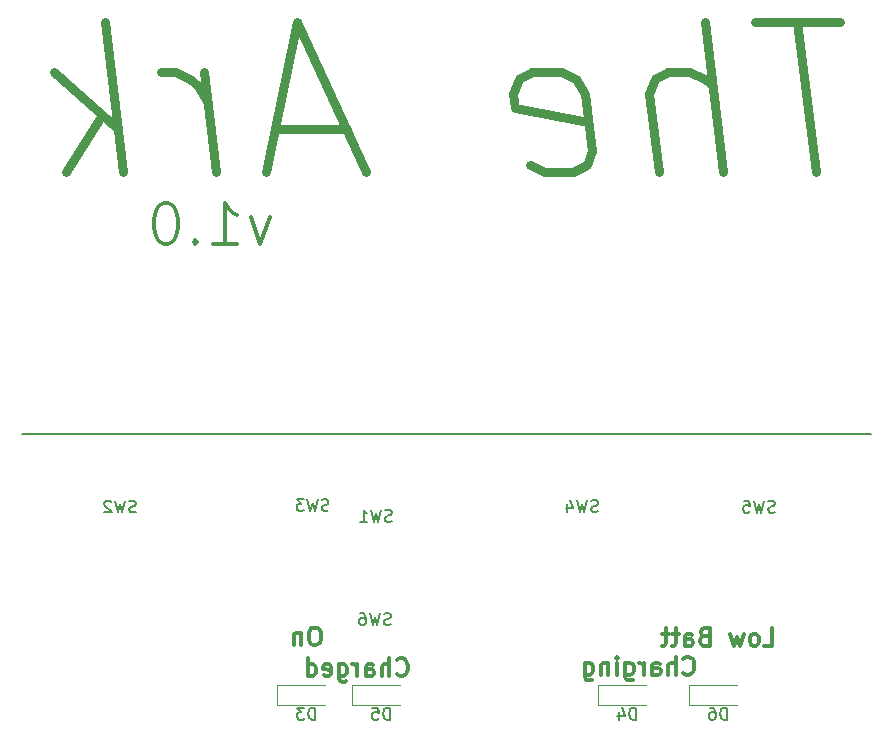
<source format=gbr>
G04 #@! TF.FileFunction,Legend,Bot*
%FSLAX46Y46*%
G04 Gerber Fmt 4.6, Leading zero omitted, Abs format (unit mm)*
G04 Created by KiCad (PCBNEW 4.0.4-stable) date Monday, April 23, 2018 'PMt' 09:01:18 PM*
%MOMM*%
%LPD*%
G01*
G04 APERTURE LIST*
%ADD10C,0.100000*%
%ADD11C,0.300000*%
%ADD12C,0.762000*%
%ADD13C,0.200000*%
%ADD14C,0.120000*%
%ADD15C,0.150000*%
G04 APERTURE END LIST*
D10*
D11*
X124740680Y-123809060D02*
X123907347Y-126142393D01*
X123074013Y-123809060D01*
X119907346Y-126142393D02*
X121907346Y-126142393D01*
X120907346Y-126142393D02*
X120907346Y-122642393D01*
X121240680Y-123142393D01*
X121574013Y-123475727D01*
X121907346Y-123642393D01*
X118407347Y-125809060D02*
X118240680Y-125975727D01*
X118407347Y-126142393D01*
X118574013Y-125975727D01*
X118407347Y-125809060D01*
X118407347Y-126142393D01*
X116074013Y-122642393D02*
X115740680Y-122642393D01*
X115407346Y-122809060D01*
X115240680Y-122975727D01*
X115074013Y-123309060D01*
X114907346Y-123975727D01*
X114907346Y-124809060D01*
X115074013Y-125475727D01*
X115240680Y-125809060D01*
X115407346Y-125975727D01*
X115740680Y-126142393D01*
X116074013Y-126142393D01*
X116407346Y-125975727D01*
X116574013Y-125809060D01*
X116740680Y-125475727D01*
X116907346Y-124809060D01*
X116907346Y-123975727D01*
X116740680Y-123309060D01*
X116574013Y-122975727D01*
X116407346Y-122809060D01*
X116074013Y-122642393D01*
D12*
X172999701Y-107345238D02*
X165742558Y-107345238D01*
X170958630Y-120045238D02*
X169371130Y-107345238D01*
X163096725Y-120045238D02*
X161509225Y-107345238D01*
X157653868Y-120045238D02*
X156822320Y-113392857D01*
X157275892Y-112183333D01*
X158409820Y-111578571D01*
X160224106Y-111578571D01*
X161509226Y-112183333D01*
X162189582Y-112788095D01*
X146692558Y-119440476D02*
X147977678Y-120045238D01*
X150396726Y-120045238D01*
X151530653Y-119440476D01*
X151984225Y-118230952D01*
X151379463Y-113392857D01*
X150623511Y-112183333D01*
X149338392Y-111578571D01*
X146919344Y-111578571D01*
X145785416Y-112183333D01*
X145331844Y-113392857D01*
X145483035Y-114602381D01*
X151681844Y-115811905D01*
X131195535Y-116416667D02*
X125147916Y-116416667D01*
X132858631Y-120045238D02*
X127037798Y-107345238D01*
X124391965Y-120045238D01*
X120158631Y-120045238D02*
X119100297Y-111578571D01*
X119402678Y-113997619D02*
X118646727Y-112788095D01*
X117966370Y-112183333D01*
X116681250Y-111578571D01*
X115471726Y-111578571D01*
X112296726Y-120045238D02*
X110709226Y-107345238D01*
X110482441Y-115207143D02*
X107458631Y-120045238D01*
X106400297Y-111578571D02*
X111843154Y-116416667D01*
D11*
X128644389Y-158599131D02*
X128358675Y-158599131D01*
X128215817Y-158670560D01*
X128072960Y-158813417D01*
X128001532Y-159099131D01*
X128001532Y-159599131D01*
X128072960Y-159884846D01*
X128215817Y-160027703D01*
X128358675Y-160099131D01*
X128644389Y-160099131D01*
X128787246Y-160027703D01*
X128930103Y-159884846D01*
X129001532Y-159599131D01*
X129001532Y-159099131D01*
X128930103Y-158813417D01*
X128787246Y-158670560D01*
X128644389Y-158599131D01*
X127358674Y-159099131D02*
X127358674Y-160099131D01*
X127358674Y-159241989D02*
X127287246Y-159170560D01*
X127144388Y-159099131D01*
X126930103Y-159099131D01*
X126787246Y-159170560D01*
X126715817Y-159313417D01*
X126715817Y-160099131D01*
X159718700Y-162437854D02*
X159790129Y-162509283D01*
X160004415Y-162580711D01*
X160147272Y-162580711D01*
X160361557Y-162509283D01*
X160504415Y-162366426D01*
X160575843Y-162223569D01*
X160647272Y-161937854D01*
X160647272Y-161723569D01*
X160575843Y-161437854D01*
X160504415Y-161294997D01*
X160361557Y-161152140D01*
X160147272Y-161080711D01*
X160004415Y-161080711D01*
X159790129Y-161152140D01*
X159718700Y-161223569D01*
X159075843Y-162580711D02*
X159075843Y-161080711D01*
X158432986Y-162580711D02*
X158432986Y-161794997D01*
X158504415Y-161652140D01*
X158647272Y-161580711D01*
X158861557Y-161580711D01*
X159004415Y-161652140D01*
X159075843Y-161723569D01*
X157075843Y-162580711D02*
X157075843Y-161794997D01*
X157147272Y-161652140D01*
X157290129Y-161580711D01*
X157575843Y-161580711D01*
X157718700Y-161652140D01*
X157075843Y-162509283D02*
X157218700Y-162580711D01*
X157575843Y-162580711D01*
X157718700Y-162509283D01*
X157790129Y-162366426D01*
X157790129Y-162223569D01*
X157718700Y-162080711D01*
X157575843Y-162009283D01*
X157218700Y-162009283D01*
X157075843Y-161937854D01*
X156361557Y-162580711D02*
X156361557Y-161580711D01*
X156361557Y-161866426D02*
X156290129Y-161723569D01*
X156218700Y-161652140D01*
X156075843Y-161580711D01*
X155932986Y-161580711D01*
X154790129Y-161580711D02*
X154790129Y-162794997D01*
X154861558Y-162937854D01*
X154932986Y-163009283D01*
X155075843Y-163080711D01*
X155290129Y-163080711D01*
X155432986Y-163009283D01*
X154790129Y-162509283D02*
X154932986Y-162580711D01*
X155218700Y-162580711D01*
X155361558Y-162509283D01*
X155432986Y-162437854D01*
X155504415Y-162294997D01*
X155504415Y-161866426D01*
X155432986Y-161723569D01*
X155361558Y-161652140D01*
X155218700Y-161580711D01*
X154932986Y-161580711D01*
X154790129Y-161652140D01*
X154075843Y-162580711D02*
X154075843Y-161580711D01*
X154075843Y-161080711D02*
X154147272Y-161152140D01*
X154075843Y-161223569D01*
X154004415Y-161152140D01*
X154075843Y-161080711D01*
X154075843Y-161223569D01*
X153361557Y-161580711D02*
X153361557Y-162580711D01*
X153361557Y-161723569D02*
X153290129Y-161652140D01*
X153147271Y-161580711D01*
X152932986Y-161580711D01*
X152790129Y-161652140D01*
X152718700Y-161794997D01*
X152718700Y-162580711D01*
X151361557Y-161580711D02*
X151361557Y-162794997D01*
X151432986Y-162937854D01*
X151504414Y-163009283D01*
X151647271Y-163080711D01*
X151861557Y-163080711D01*
X152004414Y-163009283D01*
X151361557Y-162509283D02*
X151504414Y-162580711D01*
X151790128Y-162580711D01*
X151932986Y-162509283D01*
X152004414Y-162437854D01*
X152075843Y-162294997D01*
X152075843Y-161866426D01*
X152004414Y-161723569D01*
X151932986Y-161652140D01*
X151790128Y-161580711D01*
X151504414Y-161580711D01*
X151361557Y-161652140D01*
X135465082Y-162572474D02*
X135536511Y-162643903D01*
X135750797Y-162715331D01*
X135893654Y-162715331D01*
X136107939Y-162643903D01*
X136250797Y-162501046D01*
X136322225Y-162358189D01*
X136393654Y-162072474D01*
X136393654Y-161858189D01*
X136322225Y-161572474D01*
X136250797Y-161429617D01*
X136107939Y-161286760D01*
X135893654Y-161215331D01*
X135750797Y-161215331D01*
X135536511Y-161286760D01*
X135465082Y-161358189D01*
X134822225Y-162715331D02*
X134822225Y-161215331D01*
X134179368Y-162715331D02*
X134179368Y-161929617D01*
X134250797Y-161786760D01*
X134393654Y-161715331D01*
X134607939Y-161715331D01*
X134750797Y-161786760D01*
X134822225Y-161858189D01*
X132822225Y-162715331D02*
X132822225Y-161929617D01*
X132893654Y-161786760D01*
X133036511Y-161715331D01*
X133322225Y-161715331D01*
X133465082Y-161786760D01*
X132822225Y-162643903D02*
X132965082Y-162715331D01*
X133322225Y-162715331D01*
X133465082Y-162643903D01*
X133536511Y-162501046D01*
X133536511Y-162358189D01*
X133465082Y-162215331D01*
X133322225Y-162143903D01*
X132965082Y-162143903D01*
X132822225Y-162072474D01*
X132107939Y-162715331D02*
X132107939Y-161715331D01*
X132107939Y-162001046D02*
X132036511Y-161858189D01*
X131965082Y-161786760D01*
X131822225Y-161715331D01*
X131679368Y-161715331D01*
X130536511Y-161715331D02*
X130536511Y-162929617D01*
X130607940Y-163072474D01*
X130679368Y-163143903D01*
X130822225Y-163215331D01*
X131036511Y-163215331D01*
X131179368Y-163143903D01*
X130536511Y-162643903D02*
X130679368Y-162715331D01*
X130965082Y-162715331D01*
X131107940Y-162643903D01*
X131179368Y-162572474D01*
X131250797Y-162429617D01*
X131250797Y-162001046D01*
X131179368Y-161858189D01*
X131107940Y-161786760D01*
X130965082Y-161715331D01*
X130679368Y-161715331D01*
X130536511Y-161786760D01*
X129250797Y-162643903D02*
X129393654Y-162715331D01*
X129679368Y-162715331D01*
X129822225Y-162643903D01*
X129893654Y-162501046D01*
X129893654Y-161929617D01*
X129822225Y-161786760D01*
X129679368Y-161715331D01*
X129393654Y-161715331D01*
X129250797Y-161786760D01*
X129179368Y-161929617D01*
X129179368Y-162072474D01*
X129893654Y-162215331D01*
X127893654Y-162715331D02*
X127893654Y-161215331D01*
X127893654Y-162643903D02*
X128036511Y-162715331D01*
X128322225Y-162715331D01*
X128465083Y-162643903D01*
X128536511Y-162572474D01*
X128607940Y-162429617D01*
X128607940Y-162001046D01*
X128536511Y-161858189D01*
X128465083Y-161786760D01*
X128322225Y-161715331D01*
X128036511Y-161715331D01*
X127893654Y-161786760D01*
X166546683Y-160144851D02*
X167260969Y-160144851D01*
X167260969Y-158644851D01*
X165832397Y-160144851D02*
X165975255Y-160073423D01*
X166046683Y-160001994D01*
X166118112Y-159859137D01*
X166118112Y-159430566D01*
X166046683Y-159287709D01*
X165975255Y-159216280D01*
X165832397Y-159144851D01*
X165618112Y-159144851D01*
X165475255Y-159216280D01*
X165403826Y-159287709D01*
X165332397Y-159430566D01*
X165332397Y-159859137D01*
X165403826Y-160001994D01*
X165475255Y-160073423D01*
X165618112Y-160144851D01*
X165832397Y-160144851D01*
X164832397Y-159144851D02*
X164546683Y-160144851D01*
X164260969Y-159430566D01*
X163975254Y-160144851D01*
X163689540Y-159144851D01*
X161475254Y-159359137D02*
X161260968Y-159430566D01*
X161189540Y-159501994D01*
X161118111Y-159644851D01*
X161118111Y-159859137D01*
X161189540Y-160001994D01*
X161260968Y-160073423D01*
X161403826Y-160144851D01*
X161975254Y-160144851D01*
X161975254Y-158644851D01*
X161475254Y-158644851D01*
X161332397Y-158716280D01*
X161260968Y-158787709D01*
X161189540Y-158930566D01*
X161189540Y-159073423D01*
X161260968Y-159216280D01*
X161332397Y-159287709D01*
X161475254Y-159359137D01*
X161975254Y-159359137D01*
X159832397Y-160144851D02*
X159832397Y-159359137D01*
X159903826Y-159216280D01*
X160046683Y-159144851D01*
X160332397Y-159144851D01*
X160475254Y-159216280D01*
X159832397Y-160073423D02*
X159975254Y-160144851D01*
X160332397Y-160144851D01*
X160475254Y-160073423D01*
X160546683Y-159930566D01*
X160546683Y-159787709D01*
X160475254Y-159644851D01*
X160332397Y-159573423D01*
X159975254Y-159573423D01*
X159832397Y-159501994D01*
X159332397Y-159144851D02*
X158760968Y-159144851D01*
X159118111Y-158644851D02*
X159118111Y-159930566D01*
X159046683Y-160073423D01*
X158903825Y-160144851D01*
X158760968Y-160144851D01*
X158475254Y-159144851D02*
X157903825Y-159144851D01*
X158260968Y-158644851D02*
X158260968Y-159930566D01*
X158189540Y-160073423D01*
X158046682Y-160144851D01*
X157903825Y-160144851D01*
D13*
X103759000Y-142240000D02*
X175641000Y-142240000D01*
D14*
X160161600Y-165188000D02*
X160161600Y-163488000D01*
X160211600Y-163488000D02*
X164261600Y-163488000D01*
X160211600Y-165188000D02*
X164261600Y-165188000D01*
X131632320Y-165188000D02*
X131632320Y-163488000D01*
X131682320Y-163488000D02*
X135732320Y-163488000D01*
X131682320Y-165188000D02*
X135732320Y-165188000D01*
X152452700Y-165188000D02*
X152452700Y-163488000D01*
X152502700Y-163488000D02*
X156552700Y-163488000D01*
X152502700Y-165188000D02*
X156552700Y-165188000D01*
X125289940Y-165188000D02*
X125289940Y-163488000D01*
X125339940Y-163488000D02*
X129389940Y-163488000D01*
X125339940Y-165188000D02*
X129389940Y-165188000D01*
D15*
X163399695Y-166390381D02*
X163399695Y-165390381D01*
X163161600Y-165390381D01*
X163018742Y-165438000D01*
X162923504Y-165533238D01*
X162875885Y-165628476D01*
X162828266Y-165818952D01*
X162828266Y-165961810D01*
X162875885Y-166152286D01*
X162923504Y-166247524D01*
X163018742Y-166342762D01*
X163161600Y-166390381D01*
X163399695Y-166390381D01*
X161971123Y-165390381D02*
X162161600Y-165390381D01*
X162256838Y-165438000D01*
X162304457Y-165485619D01*
X162399695Y-165628476D01*
X162447314Y-165818952D01*
X162447314Y-166199905D01*
X162399695Y-166295143D01*
X162352076Y-166342762D01*
X162256838Y-166390381D01*
X162066361Y-166390381D01*
X161971123Y-166342762D01*
X161923504Y-166295143D01*
X161875885Y-166199905D01*
X161875885Y-165961810D01*
X161923504Y-165866571D01*
X161971123Y-165818952D01*
X162066361Y-165771333D01*
X162256838Y-165771333D01*
X162352076Y-165818952D01*
X162399695Y-165866571D01*
X162447314Y-165961810D01*
X134870415Y-166390381D02*
X134870415Y-165390381D01*
X134632320Y-165390381D01*
X134489462Y-165438000D01*
X134394224Y-165533238D01*
X134346605Y-165628476D01*
X134298986Y-165818952D01*
X134298986Y-165961810D01*
X134346605Y-166152286D01*
X134394224Y-166247524D01*
X134489462Y-166342762D01*
X134632320Y-166390381D01*
X134870415Y-166390381D01*
X133394224Y-165390381D02*
X133870415Y-165390381D01*
X133918034Y-165866571D01*
X133870415Y-165818952D01*
X133775177Y-165771333D01*
X133537081Y-165771333D01*
X133441843Y-165818952D01*
X133394224Y-165866571D01*
X133346605Y-165961810D01*
X133346605Y-166199905D01*
X133394224Y-166295143D01*
X133441843Y-166342762D01*
X133537081Y-166390381D01*
X133775177Y-166390381D01*
X133870415Y-166342762D01*
X133918034Y-166295143D01*
X155690795Y-166390381D02*
X155690795Y-165390381D01*
X155452700Y-165390381D01*
X155309842Y-165438000D01*
X155214604Y-165533238D01*
X155166985Y-165628476D01*
X155119366Y-165818952D01*
X155119366Y-165961810D01*
X155166985Y-166152286D01*
X155214604Y-166247524D01*
X155309842Y-166342762D01*
X155452700Y-166390381D01*
X155690795Y-166390381D01*
X154262223Y-165723714D02*
X154262223Y-166390381D01*
X154500319Y-165342762D02*
X154738414Y-166057048D01*
X154119366Y-166057048D01*
X128528035Y-166390381D02*
X128528035Y-165390381D01*
X128289940Y-165390381D01*
X128147082Y-165438000D01*
X128051844Y-165533238D01*
X128004225Y-165628476D01*
X127956606Y-165818952D01*
X127956606Y-165961810D01*
X128004225Y-166152286D01*
X128051844Y-166247524D01*
X128147082Y-166342762D01*
X128289940Y-166390381D01*
X128528035Y-166390381D01*
X127623273Y-165390381D02*
X127004225Y-165390381D01*
X127337559Y-165771333D01*
X127194701Y-165771333D01*
X127099463Y-165818952D01*
X127051844Y-165866571D01*
X127004225Y-165961810D01*
X127004225Y-166199905D01*
X127051844Y-166295143D01*
X127099463Y-166342762D01*
X127194701Y-166390381D01*
X127480416Y-166390381D01*
X127575654Y-166342762D01*
X127623273Y-166295143D01*
X113357493Y-148799182D02*
X113214636Y-148846801D01*
X112976540Y-148846801D01*
X112881302Y-148799182D01*
X112833683Y-148751563D01*
X112786064Y-148656325D01*
X112786064Y-148561087D01*
X112833683Y-148465849D01*
X112881302Y-148418230D01*
X112976540Y-148370610D01*
X113167017Y-148322991D01*
X113262255Y-148275372D01*
X113309874Y-148227753D01*
X113357493Y-148132515D01*
X113357493Y-148037277D01*
X113309874Y-147942039D01*
X113262255Y-147894420D01*
X113167017Y-147846801D01*
X112928921Y-147846801D01*
X112786064Y-147894420D01*
X112452731Y-147846801D02*
X112214636Y-148846801D01*
X112024159Y-148132515D01*
X111833683Y-148846801D01*
X111595588Y-147846801D01*
X111262255Y-147942039D02*
X111214636Y-147894420D01*
X111119398Y-147846801D01*
X110881302Y-147846801D01*
X110786064Y-147894420D01*
X110738445Y-147942039D01*
X110690826Y-148037277D01*
X110690826Y-148132515D01*
X110738445Y-148275372D01*
X111309874Y-148846801D01*
X110690826Y-148846801D01*
X134929713Y-158336882D02*
X134786856Y-158384501D01*
X134548760Y-158384501D01*
X134453522Y-158336882D01*
X134405903Y-158289263D01*
X134358284Y-158194025D01*
X134358284Y-158098787D01*
X134405903Y-158003549D01*
X134453522Y-157955930D01*
X134548760Y-157908310D01*
X134739237Y-157860691D01*
X134834475Y-157813072D01*
X134882094Y-157765453D01*
X134929713Y-157670215D01*
X134929713Y-157574977D01*
X134882094Y-157479739D01*
X134834475Y-157432120D01*
X134739237Y-157384501D01*
X134501141Y-157384501D01*
X134358284Y-157432120D01*
X134024951Y-157384501D02*
X133786856Y-158384501D01*
X133596379Y-157670215D01*
X133405903Y-158384501D01*
X133167808Y-157384501D01*
X132358284Y-157384501D02*
X132548761Y-157384501D01*
X132643999Y-157432120D01*
X132691618Y-157479739D01*
X132786856Y-157622596D01*
X132834475Y-157813072D01*
X132834475Y-158194025D01*
X132786856Y-158289263D01*
X132739237Y-158336882D01*
X132643999Y-158384501D01*
X132453522Y-158384501D01*
X132358284Y-158336882D01*
X132310665Y-158289263D01*
X132263046Y-158194025D01*
X132263046Y-157955930D01*
X132310665Y-157860691D01*
X132358284Y-157813072D01*
X132453522Y-157765453D01*
X132643999Y-157765453D01*
X132739237Y-157813072D01*
X132786856Y-157860691D01*
X132834475Y-157955930D01*
X167446793Y-148819502D02*
X167303936Y-148867121D01*
X167065840Y-148867121D01*
X166970602Y-148819502D01*
X166922983Y-148771883D01*
X166875364Y-148676645D01*
X166875364Y-148581407D01*
X166922983Y-148486169D01*
X166970602Y-148438550D01*
X167065840Y-148390930D01*
X167256317Y-148343311D01*
X167351555Y-148295692D01*
X167399174Y-148248073D01*
X167446793Y-148152835D01*
X167446793Y-148057597D01*
X167399174Y-147962359D01*
X167351555Y-147914740D01*
X167256317Y-147867121D01*
X167018221Y-147867121D01*
X166875364Y-147914740D01*
X166542031Y-147867121D02*
X166303936Y-148867121D01*
X166113459Y-148152835D01*
X165922983Y-148867121D01*
X165684888Y-147867121D01*
X164827745Y-147867121D02*
X165303936Y-147867121D01*
X165351555Y-148343311D01*
X165303936Y-148295692D01*
X165208698Y-148248073D01*
X164970602Y-148248073D01*
X164875364Y-148295692D01*
X164827745Y-148343311D01*
X164780126Y-148438550D01*
X164780126Y-148676645D01*
X164827745Y-148771883D01*
X164875364Y-148819502D01*
X164970602Y-148867121D01*
X165208698Y-148867121D01*
X165303936Y-148819502D01*
X165351555Y-148771883D01*
X152473493Y-148773782D02*
X152330636Y-148821401D01*
X152092540Y-148821401D01*
X151997302Y-148773782D01*
X151949683Y-148726163D01*
X151902064Y-148630925D01*
X151902064Y-148535687D01*
X151949683Y-148440449D01*
X151997302Y-148392830D01*
X152092540Y-148345210D01*
X152283017Y-148297591D01*
X152378255Y-148249972D01*
X152425874Y-148202353D01*
X152473493Y-148107115D01*
X152473493Y-148011877D01*
X152425874Y-147916639D01*
X152378255Y-147869020D01*
X152283017Y-147821401D01*
X152044921Y-147821401D01*
X151902064Y-147869020D01*
X151568731Y-147821401D02*
X151330636Y-148821401D01*
X151140159Y-148107115D01*
X150949683Y-148821401D01*
X150711588Y-147821401D01*
X149902064Y-148154734D02*
X149902064Y-148821401D01*
X150140160Y-147773782D02*
X150378255Y-148488068D01*
X149759207Y-148488068D01*
X129651593Y-148684882D02*
X129508736Y-148732501D01*
X129270640Y-148732501D01*
X129175402Y-148684882D01*
X129127783Y-148637263D01*
X129080164Y-148542025D01*
X129080164Y-148446787D01*
X129127783Y-148351549D01*
X129175402Y-148303930D01*
X129270640Y-148256310D01*
X129461117Y-148208691D01*
X129556355Y-148161072D01*
X129603974Y-148113453D01*
X129651593Y-148018215D01*
X129651593Y-147922977D01*
X129603974Y-147827739D01*
X129556355Y-147780120D01*
X129461117Y-147732501D01*
X129223021Y-147732501D01*
X129080164Y-147780120D01*
X128746831Y-147732501D02*
X128508736Y-148732501D01*
X128318259Y-148018215D01*
X128127783Y-148732501D01*
X127889688Y-147732501D01*
X127603974Y-147732501D02*
X126984926Y-147732501D01*
X127318260Y-148113453D01*
X127175402Y-148113453D01*
X127080164Y-148161072D01*
X127032545Y-148208691D01*
X126984926Y-148303930D01*
X126984926Y-148542025D01*
X127032545Y-148637263D01*
X127080164Y-148684882D01*
X127175402Y-148732501D01*
X127461117Y-148732501D01*
X127556355Y-148684882D01*
X127603974Y-148637263D01*
X135018613Y-149586582D02*
X134875756Y-149634201D01*
X134637660Y-149634201D01*
X134542422Y-149586582D01*
X134494803Y-149538963D01*
X134447184Y-149443725D01*
X134447184Y-149348487D01*
X134494803Y-149253249D01*
X134542422Y-149205630D01*
X134637660Y-149158010D01*
X134828137Y-149110391D01*
X134923375Y-149062772D01*
X134970994Y-149015153D01*
X135018613Y-148919915D01*
X135018613Y-148824677D01*
X134970994Y-148729439D01*
X134923375Y-148681820D01*
X134828137Y-148634201D01*
X134590041Y-148634201D01*
X134447184Y-148681820D01*
X134113851Y-148634201D02*
X133875756Y-149634201D01*
X133685279Y-148919915D01*
X133494803Y-149634201D01*
X133256708Y-148634201D01*
X132351946Y-149634201D02*
X132923375Y-149634201D01*
X132637661Y-149634201D02*
X132637661Y-148634201D01*
X132732899Y-148777058D01*
X132828137Y-148872296D01*
X132923375Y-148919915D01*
M02*

</source>
